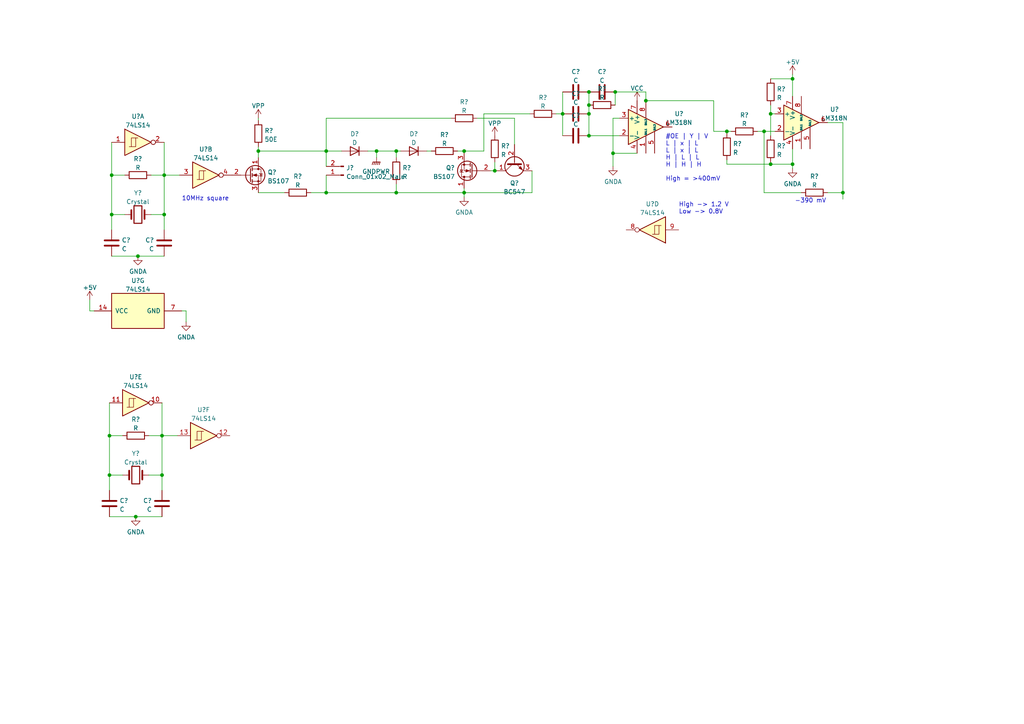
<source format=kicad_sch>
(kicad_sch (version 20211123) (generator eeschema)
  (paper "A4")
  (lib_symbols
    (symbol "74xx:74LS14" (pin_names (offset 1.016))
      (property "Reference" "U" (at 0 1.27 0))
      (property "Value" "74LS14" (at 0 -1.27 0))
      (symbol "74LS14_1_0"
        (polyline (pts (xy -3.81 3.81) (xy -3.81 -3.81) (xy 3.81 0) (xy -3.81 3.81)) (stroke (width 0.254)) (fill (type background)))
        (pin input line (at -7.62 0 0) (length 3.81) (name "~") (number "1"))
        (pin output inverted (at 7.62 0 180) (length 3.81) (name "~") (number "2"))
      )
      (symbol "74LS14_1_1"
        (polyline (pts (xy -1.905 -1.27) (xy -1.905 1.27) (xy -0.635 1.27)))
        (polyline (pts (xy -2.54 -1.27) (xy -0.635 -1.27) (xy -0.635 1.27) (xy 0 1.27)))
      )
      (symbol "74LS14_2_0"
        (polyline (pts (xy -3.81 3.81) (xy -3.81 -3.81) (xy 3.81 0) (xy -3.81 3.81)) (stroke (width 0.254)) (fill (type background)))
        (pin input line (at -7.62 0 0) (length 3.81) (name "~") (number "3"))
        (pin output inverted (at 7.62 0 180) (length 3.81) (name "~") (number "4"))
      )
      (symbol "74LS14_2_1"
        (polyline (pts (xy -1.905 -1.27) (xy -1.905 1.27) (xy -0.635 1.27)))
        (polyline (pts (xy -2.54 -1.27) (xy -0.635 -1.27) (xy -0.635 1.27) (xy 0 1.27)))
      )
      (symbol "74LS14_3_0"
        (polyline (pts (xy -3.81 3.81) (xy -3.81 -3.81) (xy 3.81 0) (xy -3.81 3.81)) (stroke (width 0.254)) (fill (type background)))
        (pin input line (at -7.62 0 0) (length 3.81) (name "~") (number "5"))
        (pin output inverted (at 7.62 0 180) (length 3.81) (name "~") (number "6"))
      )
      (symbol "74LS14_3_1"
        (polyline (pts (xy -1.905 -1.27) (xy -1.905 1.27) (xy -0.635 1.27)))
        (polyline (pts (xy -2.54 -1.27) (xy -0.635 -1.27) (xy -0.635 1.27) (xy 0 1.27)))
      )
      (symbol "74LS14_4_0"
        (polyline (pts (xy -3.81 3.81) (xy -3.81 -3.81) (xy 3.81 0) (xy -3.81 3.81)) (stroke (width 0.254)) (fill (type background)))
        (pin output inverted (at 7.62 0 180) (length 3.81) (name "~") (number "8"))
        (pin input line (at -7.62 0 0) (length 3.81) (name "~") (number "9"))
      )
      (symbol "74LS14_4_1"
        (polyline (pts (xy -1.905 -1.27) (xy -1.905 1.27) (xy -0.635 1.27)))
        (polyline (pts (xy -2.54 -1.27) (xy -0.635 -1.27) (xy -0.635 1.27) (xy 0 1.27)))
      )
      (symbol "74LS14_5_0"
        (polyline (pts (xy -3.81 3.81) (xy -3.81 -3.81) (xy 3.81 0) (xy -3.81 3.81)) (stroke (width 0.254)) (fill (type background)))
        (pin output inverted (at 7.62 0 180) (length 3.81) (name "~") (number "10"))
        (pin input line (at -7.62 0 0) (length 3.81) (name "~") (number "11"))
      )
      (symbol "74LS14_5_1"
        (polyline (pts (xy -1.905 -1.27) (xy -1.905 1.27) (xy -0.635 1.27)))
        (polyline (pts (xy -2.54 -1.27) (xy -0.635 -1.27) (xy -0.635 1.27) (xy 0 1.27)))
      )
      (symbol "74LS14_6_0"
        (polyline (pts (xy -3.81 3.81) (xy -3.81 -3.81) (xy 3.81 0) (xy -3.81 3.81)) (stroke (width 0.254)) (fill (type background)))
        (pin output inverted (at 7.62 0 180) (length 3.81) (name "~") (number "12"))
        (pin input line (at -7.62 0 0) (length 3.81) (name "~") (number "13"))
      )
      (symbol "74LS14_6_1"
        (polyline (pts (xy -1.905 -1.27) (xy -1.905 1.27) (xy -0.635 1.27)))
        (polyline (pts (xy -2.54 -1.27) (xy -0.635 -1.27) (xy -0.635 1.27) (xy 0 1.27)))
      )
      (symbol "74LS14_7_0"
        (pin power_in line (at 0 12.7 270) (length 5.08) (name "VCC") (number "14"))
        (pin power_in line (at 0 -12.7 90) (length 5.08) (name "GND") (number "7"))
      )
      (symbol "74LS14_7_1"
        (rectangle (start -5.08 7.62) (end 5.08 -7.62) (stroke (width 0.254)) (fill (type background)))
      )
    )
    (symbol "Amplifier_Operational:LM318N" (pin_names (offset 0.127))
      (property "Reference" "U" (at 3.81 3.81 0))
      (property "Value" "LM318N" (at 3.81 -3.81 0))
      (symbol "LM318N_0_1"
        (polyline (pts (xy 5.08 0) (xy -5.08 5.08) (xy -5.08 -5.08) (xy 5.08 0)) (stroke (width 0.254)) (fill (type background)))
      )
      (symbol "LM318N_1_1"
        (pin passive line (at 0 -7.62 90) (length 5.08) (name "BAL1") (number "1"))
        (pin input line (at -7.62 -2.54 0) (length 2.54) (name "-") (number "2"))
        (pin input line (at -7.62 2.54 0) (length 2.54) (name "+") (number "3"))
        (pin power_in line (at -2.54 -7.62 90) (length 3.81) (name "V-") (number "4"))
        (pin passive line (at 2.54 -7.62 90) (length 6.35) (name "BAL3") (number "5"))
        (pin output line (at 7.62 0 180) (length 2.54) (name "~") (number "6"))
        (pin power_in line (at -2.54 7.62 270) (length 3.81) (name "V+") (number "7"))
        (pin passive line (at 0 7.62 270) (length 5.08) (name "BAL2") (number "8"))
      )
    )
    (symbol "Connector:Conn_01x02_Male" (pin_names (offset 1.016) hide)
      (property "Reference" "J" (at 0 2.54 0))
      (property "Value" "Conn_01x02_Male" (at 0 -5.08 0))
      (symbol "Conn_01x02_Male_1_1"
        (polyline (pts (xy 1.27 -2.54) (xy 0.8636 -2.54)) (stroke (width 0.1524)))
        (polyline (pts (xy 1.27 0) (xy 0.8636 0)) (stroke (width 0.1524)))
        (rectangle (start 0.8636 -2.413) (end 0 -2.667) (stroke (width 0.1524)) (fill (type outline)))
        (rectangle (start 0.8636 0.127) (end 0 -0.127) (stroke (width 0.1524)) (fill (type outline)))
        (pin passive line (at 5.08 0 180) (length 3.81) (name "Pin_1") (number "1"))
        (pin passive line (at 5.08 -2.54 180) (length 3.81) (name "Pin_2") (number "2"))
      )
    )
    (symbol "Device:C" (pin_numbers hide) (pin_names (offset 0.254))
      (property "Reference" "C" (at 0.635 2.54 0))
      (property "Value" "C" (at 0.635 -2.54 0))
      (symbol "C_0_1"
        (polyline (pts (xy -2.032 -0.762) (xy 2.032 -0.762)) (stroke (width 0.508)))
        (polyline (pts (xy -2.032 0.762) (xy 2.032 0.762)) (stroke (width 0.508)))
      )
      (symbol "C_1_1"
        (pin passive line (at 0 3.81 270) (length 2.794) (name "~") (number "1"))
        (pin passive line (at 0 -3.81 90) (length 2.794) (name "~") (number "2"))
      )
    )
    (symbol "Device:Crystal" (pin_numbers hide) (pin_names (offset 1.016) hide)
      (property "Reference" "Y" (at 0 3.81 0))
      (property "Value" "Crystal" (at 0 -3.81 0))
      (symbol "Crystal_0_1"
        (rectangle (start -1.143 2.54) (end 1.143 -2.54) (stroke (width 0.3048)))
        (polyline (pts (xy -2.54 0) (xy -1.905 0)))
        (polyline (pts (xy -1.905 -1.27) (xy -1.905 1.27)) (stroke (width 0.508)))
        (polyline (pts (xy 1.905 -1.27) (xy 1.905 1.27)) (stroke (width 0.508)))
        (polyline (pts (xy 2.54 0) (xy 1.905 0)))
      )
      (symbol "Crystal_1_1"
        (pin passive line (at -3.81 0 0) (length 1.27) (name "1") (number "1"))
        (pin passive line (at 3.81 0 180) (length 1.27) (name "2") (number "2"))
      )
    )
    (symbol "Device:D" (pin_numbers hide) (pin_names (offset 1.016) hide)
      (property "Reference" "D" (at 0 2.54 0))
      (property "Value" "D" (at 0 -2.54 0))
      (symbol "D_0_1"
        (polyline (pts (xy -1.27 1.27) (xy -1.27 -1.27)) (stroke (width 0.254)))
        (polyline (pts (xy 1.27 0) (xy -1.27 0)))
        (polyline (pts (xy 1.27 1.27) (xy 1.27 -1.27) (xy -1.27 0) (xy 1.27 1.27)) (stroke (width 0.254)))
      )
      (symbol "D_1_1"
        (pin passive line (at -3.81 0 0) (length 2.54) (name "K") (number "1"))
        (pin passive line (at 3.81 0 180) (length 2.54) (name "A") (number "2"))
      )
    )
    (symbol "Device:R" (pin_numbers hide) (pin_names (offset 0))
      (property "Reference" "R" (at 2.032 0 90))
      (property "Value" "R" (at 0 0 90))
      (symbol "R_0_1"
        (rectangle (start -1.016 -2.54) (end 1.016 2.54) (stroke (width 0.254)))
      )
      (symbol "R_1_1"
        (pin passive line (at 0 3.81 270) (length 1.27) (name "~") (number "1"))
        (pin passive line (at 0 -3.81 90) (length 1.27) (name "~") (number "2"))
      )
    )
    (symbol "Transistor_BJT:BC547" (pin_names (offset 0) hide)
      (property "Reference" "Q" (at 5.08 1.905 0))
      (property "Value" "BC547" (at 5.08 0 0))
      (symbol "BC547_0_1"
        (polyline (pts (xy 0 0) (xy 0.635 0)))
        (polyline (pts (xy 0.635 0.635) (xy 2.54 2.54)))
        (polyline (pts (xy 0.635 -0.635) (xy 2.54 -2.54) (xy 2.54 -2.54)))
        (polyline (pts (xy 0.635 1.905) (xy 0.635 -1.905) (xy 0.635 -1.905)) (stroke (width 0.508)))
        (polyline (pts (xy 1.27 -1.778) (xy 1.778 -1.27) (xy 2.286 -2.286) (xy 1.27 -1.778) (xy 1.27 -1.778)) (fill (type outline)))
        (circle (center 1.27 0) (radius 2.8194) (stroke (width 0.254)))
      )
      (symbol "BC547_1_1"
        (pin passive line (at 2.54 5.08 270) (length 2.54) (name "C") (number "1"))
        (pin input line (at -5.08 0 0) (length 5.08) (name "B") (number "2"))
        (pin passive line (at 2.54 -5.08 90) (length 2.54) (name "E") (number "3"))
      )
    )
    (symbol "Transistor_FET:BS107" (pin_names hide)
      (property "Reference" "Q" (at 5.08 1.905 0))
      (property "Value" "BS107" (at 5.08 0 0))
      (symbol "BS107_0_1"
        (polyline (pts (xy 0.254 0) (xy -2.54 0)))
        (polyline (pts (xy 0.254 1.905) (xy 0.254 -1.905)) (stroke (width 0.254)))
        (polyline (pts (xy 0.762 -1.27) (xy 0.762 -2.286)) (stroke (width 0.254)))
        (polyline (pts (xy 0.762 0.508) (xy 0.762 -0.508)) (stroke (width 0.254)))
        (polyline (pts (xy 0.762 2.286) (xy 0.762 1.27)) (stroke (width 0.254)))
        (polyline (pts (xy 2.54 2.54) (xy 2.54 1.778)))
        (polyline (pts (xy 2.54 -2.54) (xy 2.54 0) (xy 0.762 0)))
        (polyline (pts (xy 0.762 -1.778) (xy 3.302 -1.778) (xy 3.302 1.778) (xy 0.762 1.778)))
        (polyline (pts (xy 1.016 0) (xy 2.032 0.381) (xy 2.032 -0.381) (xy 1.016 0)) (fill (type outline)))
        (polyline (pts (xy 2.794 0.508) (xy 2.921 0.381) (xy 3.683 0.381) (xy 3.81 0.254)))
        (polyline (pts (xy 3.302 0.381) (xy 2.921 -0.254) (xy 3.683 -0.254) (xy 3.302 0.381)))
        (circle (center 1.651 0) (radius 2.794) (stroke (width 0.254)))
        (circle (center 2.54 -1.778) (radius 0.254) (fill (type outline)))
        (circle (center 2.54 1.778) (radius 0.254) (fill (type outline)))
      )
      (symbol "BS107_1_1"
        (pin passive line (at 2.54 5.08 270) (length 2.54) (name "D") (number "1"))
        (pin input line (at -5.08 0 0) (length 2.54) (name "G") (number "2"))
        (pin passive line (at 2.54 -5.08 90) (length 2.54) (name "S") (number "3"))
      )
    )
    (symbol "power:+5V" (power) (pin_names (offset 0))
      (property "Value" "+5V" (at 0 3.556 0))
      (symbol "+5V_0_1"
        (polyline (pts (xy -0.762 1.27) (xy 0 2.54)))
        (polyline (pts (xy 0 0) (xy 0 2.54)))
        (polyline (pts (xy 0 2.54) (xy 0.762 1.27)))
      )
      (symbol "+5V_1_1"
        (pin power_in line (at 0 0 90) (length 0) hide (name "+5V") (number "1"))
      )
    )
    (symbol "power:GNDA" (power) (pin_names (offset 0))
      (property "Value" "GNDA" (at 0 -3.81 0))
      (symbol "GNDA_0_1"
        (polyline (pts (xy 0 0) (xy 0 -1.27) (xy 1.27 -1.27) (xy 0 -2.54) (xy -1.27 -1.27) (xy 0 -1.27)))
      )
      (symbol "GNDA_1_1"
        (pin power_in line (at 0 0 270) (length 0) hide (name "GNDA") (number "1"))
      )
    )
    (symbol "power:GNDPWR" (power) (pin_names (offset 0))
      (property "Value" "GNDPWR" (at 0 -3.302 0))
      (symbol "GNDPWR_0_1"
        (polyline (pts (xy 0 -1.27) (xy 0 0)))
        (polyline (pts (xy -1.016 -1.27) (xy -1.27 -2.032) (xy -1.27 -2.032)) (stroke (width 0.2032)))
        (polyline (pts (xy -0.508 -1.27) (xy -0.762 -2.032) (xy -0.762 -2.032)) (stroke (width 0.2032)))
        (polyline (pts (xy 0 -1.27) (xy -0.254 -2.032) (xy -0.254 -2.032)) (stroke (width 0.2032)))
        (polyline (pts (xy 0.508 -1.27) (xy 0.254 -2.032) (xy 0.254 -2.032)) (stroke (width 0.2032)))
        (polyline (pts (xy 1.016 -1.27) (xy -1.016 -1.27) (xy -1.016 -1.27)) (stroke (width 0.2032)))
        (polyline (pts (xy 1.016 -1.27) (xy 0.762 -2.032) (xy 0.762 -2.032) (xy 0.762 -2.032)) (stroke (width 0.2032)))
      )
      (symbol "GNDPWR_1_1"
        (pin power_in line (at 0 0 270) (length 0) hide (name "GNDPWR") (number "1"))
      )
    )
    (symbol "power:VCC" (power) (pin_names (offset 0))
      (property "Value" "VCC" (at 0 3.81 0))
      (symbol "VCC_0_1"
        (polyline (pts (xy -0.762 1.27) (xy 0 2.54)))
        (polyline (pts (xy 0 0) (xy 0 2.54)))
        (polyline (pts (xy 0 2.54) (xy 0.762 1.27)))
      )
      (symbol "VCC_1_1"
        (pin power_in line (at 0 0 90) (length 0) hide (name "VCC") (number "1"))
      )
    )
    (symbol "power:VPP" (power) (pin_names (offset 0))
      (property "Value" "VPP" (at 0 3.81 0))
      (symbol "VPP_0_1"
        (polyline (pts (xy -0.762 1.27) (xy 0 2.54)))
        (polyline (pts (xy 0 0) (xy 0 2.54)))
        (polyline (pts (xy 0 2.54) (xy 0.762 1.27)))
      )
      (symbol "VPP_1_1"
        (pin power_in line (at 0 0 90) (length 0) hide (name "VPP") (number "1"))
      )
    )
  )
  (junction (at 109.22 43.815))
  (junction (at 229.87 22.86))
  (junction (at 221.615 38.1))
  (junction (at 170.815 39.37))
  (junction (at 94.615 43.815))
  (junction (at 244.475 55.88))
  (junction (at 187.325 29.21))
  (junction (at 134.62 55.88))
  (junction (at 46.99 137.795))
  (junction (at 170.815 33.02))
  (junction (at 210.82 38.1))
  (junction (at 39.37 149.86))
  (junction (at 163.195 33.02))
  (junction (at 47.625 50.8))
  (junction (at 114.935 55.88))
  (junction (at 134.62 43.815))
  (junction (at 223.52 33.02))
  (junction (at 229.87 47.625))
  (junction (at 94.615 55.88))
  (junction (at 40.005 74.295))
  (junction (at 178.435 26.67))
  (junction (at 223.52 47.625))
  (junction (at 31.75 137.795))
  (junction (at 114.935 43.815))
  (junction (at 177.8 44.45))
  (junction (at 32.385 62.23))
  (junction (at 170.815 26.67))
  (junction (at 32.385 50.8))
  (junction (at 143.51 49.53))
  (junction (at 31.75 126.365))
  (junction (at 47.625 62.23))
  (junction (at 74.93 43.815))
  (junction (at 170.815 30.48))
  (junction (at 46.99 126.365))
  (wire (pts (xy 74.93 34.29) (xy 74.93 34.925)))
  (wire (pts (xy 154.305 55.88) (xy 154.305 49.53)))
  (wire (pts (xy 31.75 149.86) (xy 39.37 149.86)))
  (wire (pts (xy 244.475 35.56) (xy 244.475 55.88)))
  (wire (pts (xy 114.935 55.88) (xy 114.935 53.34)))
  (wire (pts (xy 46.99 137.795) (xy 43.18 137.795)))
  (wire (pts (xy 223.52 30.48) (xy 223.52 33.02)))
  (wire (pts (xy 31.75 137.795) (xy 35.56 137.795)))
  (wire (pts (xy 221.615 55.88) (xy 232.41 55.88)))
  (wire (pts (xy 178.435 26.67) (xy 178.435 30.48)))
  (wire (pts (xy 223.52 47.625) (xy 229.87 47.625)))
  (wire (pts (xy 94.615 43.815) (xy 99.06 43.815)))
  (wire (pts (xy 140.335 33.02) (xy 153.67 33.02)))
  (wire (pts (xy 179.705 34.29) (xy 177.8 34.29)))
  (wire (pts (xy 46.99 137.795) (xy 46.99 126.365)))
  (wire (pts (xy 223.52 33.02) (xy 224.79 33.02)))
  (wire (pts (xy 170.815 26.67) (xy 170.815 30.48)))
  (wire (pts (xy 94.615 43.815) (xy 94.615 48.26)))
  (wire (pts (xy 210.82 38.1) (xy 210.82 38.735)))
  (wire (pts (xy 210.82 46.355) (xy 210.82 47.625)))
  (wire (pts (xy 74.93 43.815) (xy 94.615 43.815)))
  (wire (pts (xy 74.93 42.545) (xy 74.93 43.815)))
  (wire (pts (xy 149.225 34.29) (xy 149.225 41.91)))
  (wire (pts (xy 47.625 62.23) (xy 43.815 62.23)))
  (wire (pts (xy 46.99 116.84) (xy 46.99 126.365)))
  (wire (pts (xy 109.22 43.815) (xy 114.935 43.815)))
  (wire (pts (xy 170.815 39.37) (xy 179.705 39.37)))
  (wire (pts (xy 36.195 50.8) (xy 32.385 50.8)))
  (wire (pts (xy 134.62 43.815) (xy 140.335 43.815)))
  (wire (pts (xy 187.325 26.67) (xy 187.325 29.21)))
  (wire (pts (xy 46.99 126.365) (xy 51.435 126.365)))
  (wire (pts (xy 229.87 21.59) (xy 229.87 22.86)))
  (wire (pts (xy 163.195 33.02) (xy 163.195 39.37)))
  (wire (pts (xy 94.615 50.8) (xy 94.615 55.88)))
  (wire (pts (xy 229.87 22.86) (xy 229.87 27.94)))
  (wire (pts (xy 90.17 55.88) (xy 94.615 55.88)))
  (wire (pts (xy 35.56 126.365) (xy 31.75 126.365)))
  (wire (pts (xy 32.385 74.295) (xy 40.005 74.295)))
  (wire (pts (xy 223.52 33.02) (xy 223.52 39.37)))
  (wire (pts (xy 134.62 55.88) (xy 154.305 55.88)))
  (wire (pts (xy 210.82 38.1) (xy 212.09 38.1)))
  (wire (pts (xy 114.935 43.815) (xy 116.205 43.815)))
  (wire (pts (xy 229.87 47.625) (xy 229.87 48.895)))
  (wire (pts (xy 177.8 44.45) (xy 184.785 44.45)))
  (wire (pts (xy 163.195 26.67) (xy 163.195 33.02)))
  (wire (pts (xy 229.87 43.18) (xy 229.87 47.625)))
  (wire (pts (xy 178.435 26.67) (xy 187.325 26.67)))
  (wire (pts (xy 223.52 46.99) (xy 223.52 47.625)))
  (wire (pts (xy 109.22 43.815) (xy 109.22 45.72)))
  (wire (pts (xy 31.75 142.24) (xy 31.75 137.795)))
  (wire (pts (xy 94.615 43.815) (xy 94.615 34.29)))
  (wire (pts (xy 94.615 55.88) (xy 114.935 55.88)))
  (wire (pts (xy 207.01 29.21) (xy 207.01 38.1)))
  (wire (pts (xy 143.51 49.53) (xy 144.145 49.53)))
  (wire (pts (xy 170.815 33.02) (xy 170.815 39.37)))
  (wire (pts (xy 94.615 34.29) (xy 130.81 34.29)))
  (wire (pts (xy 74.93 55.88) (xy 82.55 55.88)))
  (wire (pts (xy 32.385 41.275) (xy 32.385 50.8)))
  (wire (pts (xy 221.615 38.1) (xy 224.79 38.1)))
  (wire (pts (xy 134.62 54.61) (xy 134.62 55.88)))
  (wire (pts (xy 53.975 90.17) (xy 53.975 93.345)))
  (wire (pts (xy 134.62 43.815) (xy 132.715 43.815)))
  (wire (pts (xy 31.75 116.84) (xy 31.75 126.365)))
  (wire (pts (xy 47.625 50.8) (xy 52.07 50.8)))
  (wire (pts (xy 177.8 44.45) (xy 177.8 48.26)))
  (wire (pts (xy 210.82 47.625) (xy 223.52 47.625)))
  (wire (pts (xy 39.37 149.86) (xy 46.99 149.86)))
  (wire (pts (xy 52.705 90.17) (xy 53.975 90.17)))
  (wire (pts (xy 47.625 50.8) (xy 43.815 50.8)))
  (wire (pts (xy 170.815 30.48) (xy 170.815 33.02)))
  (wire (pts (xy 240.03 55.88) (xy 244.475 55.88)))
  (wire (pts (xy 32.385 50.8) (xy 32.385 62.23)))
  (wire (pts (xy 123.825 43.815) (xy 125.095 43.815)))
  (wire (pts (xy 207.01 38.1) (xy 210.82 38.1)))
  (wire (pts (xy 40.005 74.295) (xy 47.625 74.295)))
  (wire (pts (xy 114.935 43.815) (xy 114.935 45.72)))
  (wire (pts (xy 240.03 35.56) (xy 244.475 35.56)))
  (wire (pts (xy 143.51 46.99) (xy 143.51 49.53)))
  (wire (pts (xy 221.615 38.1) (xy 221.615 55.88)))
  (wire (pts (xy 47.625 62.23) (xy 47.625 50.8)))
  (wire (pts (xy 134.62 55.88) (xy 134.62 57.15)))
  (wire (pts (xy 244.475 55.88) (xy 244.475 57.785)))
  (wire (pts (xy 27.305 90.17) (xy 26.035 90.17)))
  (wire (pts (xy 47.625 41.275) (xy 47.625 50.8)))
  (wire (pts (xy 138.43 34.29) (xy 149.225 34.29)))
  (wire (pts (xy 140.335 43.815) (xy 140.335 33.02)))
  (wire (pts (xy 31.75 126.365) (xy 31.75 137.795)))
  (wire (pts (xy 134.62 43.815) (xy 134.62 44.45)))
  (wire (pts (xy 74.93 45.72) (xy 74.93 43.815)))
  (wire (pts (xy 46.99 126.365) (xy 43.18 126.365)))
  (wire (pts (xy 26.035 90.17) (xy 26.035 86.995)))
  (wire (pts (xy 219.71 38.1) (xy 221.615 38.1)))
  (wire (pts (xy 134.62 55.88) (xy 114.935 55.88)))
  (wire (pts (xy 187.325 29.21) (xy 207.01 29.21)))
  (wire (pts (xy 32.385 66.675) (xy 32.385 62.23)))
  (wire (pts (xy 177.8 34.29) (xy 177.8 44.45)))
  (wire (pts (xy 46.99 142.24) (xy 46.99 137.795)))
  (wire (pts (xy 106.68 43.815) (xy 109.22 43.815)))
  (wire (pts (xy 223.52 22.86) (xy 229.87 22.86)))
  (wire (pts (xy 142.24 49.53) (xy 143.51 49.53)))
  (wire (pts (xy 32.385 62.23) (xy 36.195 62.23)))
  (wire (pts (xy 47.625 66.675) (xy 47.625 62.23)))
  (wire (pts (xy 161.29 33.02) (xy 163.195 33.02)))
  (text "#OE | Y | V\nL | x | L\nL | x | L\nH | L | L\nH | H | H\n\nHigh = >400mV\n" (at 193.04 52.705 0) (effects (font (size 1.27 1.27)) (justify left bottom)))
  (text "10MHz square" (at 52.705 58.42 0) (effects (font (size 1.27 1.27)) (justify left bottom)))
  (text "High -> 1.2 V\nLow -> 0.8V" (at 196.85 62.23 0) (effects (font (size 1.27 1.27)) (justify left bottom)))
  (text "-390 mV" (at 230.505 59.055 0) (effects (font (size 1.27 1.27)) (justify left bottom)))
  (symbol (lib_id "Device:R") (at 128.905 43.815 90) (unit 1)
    (property "Reference" "R?" (at 128.905 39.0992 90))
    (property "Value" "R" (at 128.905 41.6361 90))
  )
  (symbol (lib_id "Device:R") (at 143.51 43.18 0) (unit 1)
    (property "Reference" "R?" (at 145.288 42.3453 0) (effects (justify left)))
    (property "Value" "R" (at 145.288 44.8822 0) (effects (justify left)))
  )
  (symbol (lib_id "Device:D") (at 120.015 43.815 180) (unit 1)
    (property "Reference" "D?" (at 120.015 38.8452 0))
    (property "Value" "D" (at 120.015 41.3821 0))
  )
  (symbol (lib_id "Device:C") (at 167.005 33.02 90) (unit 1)
    (property "Reference" "C?" (at 167.005 27.1612 90))
    (property "Value" "C" (at 167.005 29.6981 90))
  )
  (symbol (lib_id "Device:R") (at 223.52 43.18 0) (unit 1)
    (property "Reference" "R?" (at 225.298 42.3453 0) (effects (justify left)))
    (property "Value" "R" (at 225.298 44.8822 0) (effects (justify left)))
  )
  (symbol (lib_id "power:GNDA") (at 40.005 74.295 0) (unit 1)
    (property "Reference" "#PWR?" (effects hide))
    (property "Value" "GNDA" (at 40.005 78.7384 0))
  )
  (symbol (lib_id "Device:R") (at 157.48 33.02 90) (unit 1)
    (property "Reference" "R?" (at 157.48 28.3042 90))
    (property "Value" "R" (at 157.48 30.8411 90))
  )
  (symbol (lib_id "Transistor_FET:BS107") (at 137.16 49.53 180) (unit 1)
    (property "Reference" "Q?" (at 131.9531 48.6953 0) (effects (justify left)))
    (property "Value" "BS107" (at 131.9531 51.2322 0) (effects (justify left)))
    (property "Footprint" "Package_TO_SOT_THT:TO-92_Inline" (effects hide))
    (property "Datasheet" "http://www.onsemi.com/pub_link/Collateral/BS107-D.PDF" (effects hide))
  )
  (symbol (lib_id "74xx:74LS14") (at 189.23 66.675 180) (unit 4)
    (property "Reference" "U?" (at 189.23 59.1652 0))
    (property "Value" "74LS14" (at 189.23 61.7021 0))
    (property "Datasheet" "http://www.ti.com/lit/gpn/sn74LS14" (effects hide))
  )
  (symbol (lib_id "Amplifier_Operational:LM318N") (at 232.41 35.56 0) (unit 1)
    (property "Reference" "U?" (at 242.0507 31.7333 0))
    (property "Value" "LM318N" (at 242.0507 34.2702 0))
    (property "Datasheet" "http://www.ti.com/lit/ds/symlink/lm318-n.pdf" (effects hide))
  )
  (symbol (lib_id "Device:Crystal") (at 40.005 62.23 0) (unit 1)
    (property "Reference" "Y?" (at 40.005 55.9648 0))
    (property "Value" "Crystal" (at 40.005 58.5017 0))
  )
  (symbol (lib_id "74xx:74LS14") (at 40.005 41.275 0) (unit 1)
    (property "Reference" "U?" (at 40.005 33.7652 0))
    (property "Value" "74LS14" (at 40.005 36.3021 0))
    (property "Datasheet" "http://www.ti.com/lit/gpn/sn74LS14" (effects hide))
  )
  (symbol (lib_id "Device:D") (at 102.87 43.815 180) (unit 1)
    (property "Reference" "D?" (at 102.87 38.8452 0))
    (property "Value" "D" (at 102.87 41.3821 0))
  )
  (symbol (lib_id "power:GNDA") (at 53.975 93.345 0) (unit 1)
    (property "Reference" "#PWR?" (effects hide))
    (property "Value" "GNDA" (at 53.975 97.7884 0))
  )
  (symbol (lib_id "Device:C") (at 46.99 146.05 0) (mirror y) (unit 1)
    (property "Reference" "C?" (at 44.069 145.2153 0) (effects (justify left)))
    (property "Value" "C" (at 44.069 147.7522 0) (effects (justify left)))
  )
  (symbol (lib_id "Device:R") (at 215.9 38.1 90) (unit 1)
    (property "Reference" "R?" (at 215.9 33.3842 90))
    (property "Value" "R" (at 215.9 35.9211 90))
  )
  (symbol (lib_id "Device:R") (at 134.62 34.29 90) (unit 1)
    (property "Reference" "R?" (at 134.62 29.5742 90))
    (property "Value" "R" (at 134.62 32.1111 90))
  )
  (symbol (lib_id "74xx:74LS14") (at 59.055 126.365 0) (unit 6)
    (property "Reference" "U?" (at 59.055 118.8552 0))
    (property "Value" "74LS14" (at 59.055 121.3921 0))
    (property "Datasheet" "http://www.ti.com/lit/gpn/sn74LS14" (effects hide))
  )
  (symbol (lib_id "Amplifier_Operational:LM318N") (at 187.325 36.83 0) (unit 1)
    (property "Reference" "U?" (at 196.9657 33.0033 0))
    (property "Value" "LM318N" (at 196.9657 35.5402 0))
    (property "Datasheet" "http://www.ti.com/lit/ds/symlink/lm318-n.pdf" (effects hide))
  )
  (symbol (lib_id "power:GNDA") (at 229.87 48.895 0) (unit 1)
    (property "Reference" "#PWR?" (effects hide))
    (property "Value" "GNDA" (at 229.87 53.3384 0))
  )
  (symbol (lib_id "power:+5V") (at 26.035 86.995 0) (unit 1)
    (property "Reference" "#PWR?" (effects hide))
    (property "Value" "+5V" (at 26.035 83.4192 0))
  )
  (symbol (lib_id "power:GNDA") (at 39.37 149.86 0) (unit 1)
    (property "Reference" "#PWR?" (effects hide))
    (property "Value" "GNDA" (at 39.37 154.3034 0))
  )
  (symbol (lib_id "Connector:Conn_01x02_Male") (at 99.695 50.8 180) (unit 1)
    (property "Reference" "J?" (at 100.4062 48.6953 0) (effects (justify right)))
    (property "Value" "Conn_01x02_Male" (at 100.4062 51.2322 0) (effects (justify right)))
  )
  (symbol (lib_id "74xx:74LS14") (at 39.37 116.84 0) (unit 5)
    (property "Reference" "U?" (at 39.37 109.3302 0))
    (property "Value" "74LS14" (at 39.37 111.8671 0))
    (property "Datasheet" "http://www.ti.com/lit/gpn/sn74LS14" (effects hide))
  )
  (symbol (lib_id "Device:R") (at 223.52 26.67 180) (unit 1)
    (property "Reference" "R?" (at 225.298 25.8353 0) (effects (justify right)))
    (property "Value" "R" (at 225.298 28.3722 0) (effects (justify right)))
  )
  (symbol (lib_id "Device:C") (at 174.625 26.67 90) (unit 1)
    (property "Reference" "C?" (at 174.625 20.8112 90))
    (property "Value" "C" (at 174.625 23.3481 90))
  )
  (symbol (lib_id "Device:R") (at 174.625 30.48 90) (unit 1)
    (property "Reference" "R?" (at 174.625 25.7642 90))
    (property "Value" "R" (at 174.625 28.3011 90))
  )
  (symbol (lib_id "74xx:74LS14") (at 40.005 90.17 90) (unit 7)
    (property "Reference" "U?" (at 40.005 81.3902 90))
    (property "Value" "74LS14" (at 40.005 83.9271 90))
    (property "Datasheet" "http://www.ti.com/lit/gpn/sn74LS14" (effects hide))
  )
  (symbol (lib_id "Device:R") (at 86.36 55.88 90) (unit 1)
    (property "Reference" "R?" (at 86.36 51.1642 90))
    (property "Value" "R" (at 86.36 53.7011 90))
  )
  (symbol (lib_id "power:VCC") (at 184.785 29.21 0) (unit 1)
    (property "Reference" "#PWR?" (effects hide))
    (property "Value" "VCC" (at 184.785 25.6342 0))
  )
  (symbol (lib_id "power:VPP") (at 143.51 39.37 0) (unit 1)
    (property "Reference" "#PWR?" (effects hide))
    (property "Value" "VPP" (at 143.51 35.7942 0))
  )
  (symbol (lib_id "Device:C") (at 47.625 70.485 0) (mirror y) (unit 1)
    (property "Reference" "C?" (at 44.704 69.6503 0) (effects (justify left)))
    (property "Value" "C" (at 44.704 72.1872 0) (effects (justify left)))
  )
  (symbol (lib_id "Transistor_BJT:BC547") (at 149.225 46.99 90) (mirror x) (unit 1)
    (property "Reference" "Q?" (at 149.225 53.1098 90))
    (property "Value" "BC547" (at 149.225 55.6467 90))
    (property "Footprint" "Package_TO_SOT_THT:TO-92_Inline" (effects hide))
    (property "Datasheet" "https://www.onsemi.com/pub/Collateral/BC550-D.pdf" (effects hide))
  )
  (symbol (lib_id "Transistor_FET:BS107") (at 72.39 50.8 0) (unit 1)
    (property "Reference" "Q?" (at 77.597 49.9653 0) (effects (justify left)))
    (property "Value" "BS107" (at 77.597 52.5022 0) (effects (justify left)))
    (property "Footprint" "Package_TO_SOT_THT:TO-92_Inline" (effects hide))
    (property "Datasheet" "http://www.onsemi.com/pub_link/Collateral/BS107-D.PDF" (effects hide))
  )
  (symbol (lib_id "74xx:74LS14") (at 59.69 50.8 0) (unit 2)
    (property "Reference" "U?" (at 59.69 43.2902 0))
    (property "Value" "74LS14" (at 59.69 45.8271 0))
    (property "Datasheet" "http://www.ti.com/lit/gpn/sn74LS14" (effects hide))
  )
  (symbol (lib_id "power:VPP") (at 74.93 34.29 0) (unit 1)
    (property "Reference" "#PWR?" (effects hide))
    (property "Value" "VPP" (at 74.93 30.7142 0))
  )
  (symbol (lib_id "power:GNDA") (at 134.62 57.15 0) (unit 1)
    (property "Reference" "#PWR?" (effects hide))
    (property "Value" "GNDA" (at 134.62 61.5934 0))
  )
  (symbol (lib_id "power:GNDPWR") (at 109.22 45.72 0) (unit 1)
    (property "Reference" "#PWR?" (effects hide))
    (property "Value" "GNDPWR" (at 109.093 49.757 0))
  )
  (symbol (lib_id "Device:C") (at 31.75 146.05 0) (unit 1)
    (property "Reference" "C?" (at 34.671 145.2153 0) (effects (justify left)))
    (property "Value" "C" (at 34.671 147.7522 0) (effects (justify left)))
  )
  (symbol (lib_id "power:GNDA") (at 177.8 48.26 0) (unit 1)
    (property "Reference" "#PWR?" (effects hide))
    (property "Value" "GNDA" (at 177.8 52.7034 0))
  )
  (symbol (lib_id "Device:C") (at 167.005 39.37 90) (unit 1)
    (property "Reference" "C?" (at 167.005 33.5112 90))
    (property "Value" "C" (at 167.005 36.0481 90))
  )
  (symbol (lib_id "Device:Crystal") (at 39.37 137.795 0) (unit 1)
    (property "Reference" "Y?" (at 39.37 131.5298 0))
    (property "Value" "Crystal" (at 39.37 134.0667 0))
  )
  (symbol (lib_id "Device:R") (at 114.935 49.53 0) (unit 1)
    (property "Reference" "R?" (at 116.713 48.6953 0) (effects (justify left)))
    (property "Value" "R" (at 116.713 51.2322 0) (effects (justify left)))
  )
  (symbol (lib_id "Device:C") (at 167.005 26.67 90) (unit 1)
    (property "Reference" "C?" (at 167.005 20.8112 90))
    (property "Value" "C" (at 167.005 23.3481 90))
  )
  (symbol (lib_id "Device:R") (at 210.82 42.545 0) (unit 1)
    (property "Reference" "R?" (at 212.598 41.7103 0) (effects (justify left)))
    (property "Value" "R" (at 212.598 44.2472 0) (effects (justify left)))
  )
  (symbol (lib_id "Device:C") (at 32.385 70.485 0) (unit 1)
    (property "Reference" "C?" (at 35.306 69.6503 0) (effects (justify left)))
    (property "Value" "C" (at 35.306 72.1872 0) (effects (justify left)))
  )
  (symbol (lib_id "Device:R") (at 236.22 55.88 90) (unit 1)
    (property "Reference" "R?" (at 236.22 51.1642 90))
    (property "Value" "R" (at 236.22 53.7011 90))
  )
  (symbol (lib_id "Device:R") (at 74.93 38.735 0) (unit 1)
    (property "Reference" "R?" (at 76.708 37.9003 0) (effects (justify left)))
    (property "Value" "50E" (at 76.708 40.4372 0) (effects (justify left)))
  )
  (symbol (lib_id "Device:R") (at 39.37 126.365 90) (unit 1)
    (property "Reference" "R?" (at 39.37 121.6492 90))
    (property "Value" "R" (at 39.37 124.1861 90))
  )
  (symbol (lib_id "Device:R") (at 40.005 50.8 90) (unit 1)
    (property "Reference" "R?" (at 40.005 46.0842 90))
    (property "Value" "R" (at 40.005 48.6211 90))
  )
  (symbol (lib_id "power:+5V") (at 229.87 21.59 0) (unit 1)
    (property "Reference" "#PWR?" (effects hide))
    (property "Value" "+5V" (at 229.87 18.0142 0))
  )
)
</source>
